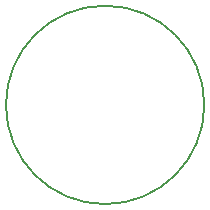
<source format=gbr>
G04 #@! TF.GenerationSoftware,KiCad,Pcbnew,5.1.4-e60b266~84~ubuntu18.04.1*
G04 #@! TF.CreationDate,2019-11-06T11:35:47-05:00*
G04 #@! TF.ProjectId,datapod,64617461-706f-4642-9e6b-696361645f70,1*
G04 #@! TF.SameCoordinates,Original*
G04 #@! TF.FileFunction,Other,Comment*
%FSLAX46Y46*%
G04 Gerber Fmt 4.6, Leading zero omitted, Abs format (unit mm)*
G04 Created by KiCad (PCBNEW 5.1.4-e60b266~84~ubuntu18.04.1) date 2019-11-06 11:35:47*
%MOMM*%
%LPD*%
G04 APERTURE LIST*
%ADD10C,0.150000*%
G04 APERTURE END LIST*
D10*
X108730000Y-96520000D02*
G75*
G03X108730000Y-96520000I-8400000J0D01*
G01*
M02*

</source>
